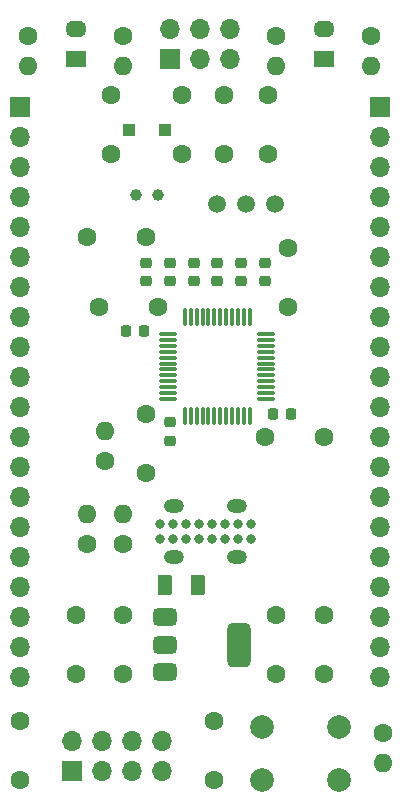
<source format=gbs>
%TF.GenerationSoftware,KiCad,Pcbnew,8.0.6*%
%TF.CreationDate,2024-11-06T22:38:32+08:00*%
%TF.ProjectId,lichuang-gekuo-star-stm32f103c8t6-development-board,6c696368-7561-46e6-972d-67656b756f2d,rev?*%
%TF.SameCoordinates,Original*%
%TF.FileFunction,Soldermask,Bot*%
%TF.FilePolarity,Negative*%
%FSLAX46Y46*%
G04 Gerber Fmt 4.6, Leading zero omitted, Abs format (unit mm)*
G04 Created by KiCad (PCBNEW 8.0.6) date 2024-11-06 22:38:32*
%MOMM*%
%LPD*%
G01*
G04 APERTURE LIST*
G04 Aperture macros list*
%AMRoundRect*
0 Rectangle with rounded corners*
0 $1 Rounding radius*
0 $2 $3 $4 $5 $6 $7 $8 $9 X,Y pos of 4 corners*
0 Add a 4 corners polygon primitive as box body*
4,1,4,$2,$3,$4,$5,$6,$7,$8,$9,$2,$3,0*
0 Add four circle primitives for the rounded corners*
1,1,$1+$1,$2,$3*
1,1,$1+$1,$4,$5*
1,1,$1+$1,$6,$7*
1,1,$1+$1,$8,$9*
0 Add four rect primitives between the rounded corners*
20,1,$1+$1,$2,$3,$4,$5,0*
20,1,$1+$1,$4,$5,$6,$7,0*
20,1,$1+$1,$6,$7,$8,$9,0*
20,1,$1+$1,$8,$9,$2,$3,0*%
G04 Aperture macros list end*
%ADD10C,1.600000*%
%ADD11O,1.600000X1.600000*%
%ADD12R,1.700000X1.700000*%
%ADD13O,1.700000X1.700000*%
%ADD14R,1.800000X1.400000*%
%ADD15O,1.800000X1.400000*%
%ADD16C,0.800000*%
%ADD17O,1.700000X1.200000*%
%ADD18C,2.000000*%
%ADD19C,1.500000*%
%ADD20C,1.000000*%
%ADD21R,1.000000X1.000000*%
%ADD22RoundRect,0.225000X-0.250000X0.225000X-0.250000X-0.225000X0.250000X-0.225000X0.250000X0.225000X0*%
%ADD23RoundRect,0.225000X0.250000X-0.225000X0.250000X0.225000X-0.250000X0.225000X-0.250000X-0.225000X0*%
%ADD24RoundRect,0.375000X-0.625000X-0.375000X0.625000X-0.375000X0.625000X0.375000X-0.625000X0.375000X0*%
%ADD25RoundRect,0.500000X-0.500000X-1.400000X0.500000X-1.400000X0.500000X1.400000X-0.500000X1.400000X0*%
%ADD26RoundRect,0.250000X0.375000X0.625000X-0.375000X0.625000X-0.375000X-0.625000X0.375000X-0.625000X0*%
%ADD27RoundRect,0.225000X-0.225000X-0.250000X0.225000X-0.250000X0.225000X0.250000X-0.225000X0.250000X0*%
%ADD28RoundRect,0.075000X-0.075000X0.662500X-0.075000X-0.662500X0.075000X-0.662500X0.075000X0.662500X0*%
%ADD29RoundRect,0.075000X-0.662500X0.075000X-0.662500X-0.075000X0.662500X-0.075000X0.662500X0.075000X0*%
%ADD30RoundRect,0.225000X0.225000X0.250000X-0.225000X0.250000X-0.225000X-0.250000X0.225000X-0.250000X0*%
G04 APERTURE END LIST*
D10*
%TO.C,C5*%
X83310000Y-135000000D03*
X83310000Y-130000000D03*
%TD*%
%TO.C,R4*%
X113000000Y-72000000D03*
D11*
X113000000Y-74540000D03*
%TD*%
D10*
%TO.C,R8*%
X105000000Y-72000000D03*
D11*
X105000000Y-74540000D03*
%TD*%
D10*
%TO.C,C3*%
X105000000Y-121000000D03*
X105000000Y-126000000D03*
%TD*%
D12*
%TO.C,J2*%
X87695000Y-134250000D03*
D13*
X87695000Y-131710000D03*
X90235000Y-134250000D03*
X90235000Y-131710000D03*
X92775000Y-134250000D03*
X92775000Y-131710000D03*
X95315000Y-134250000D03*
X95315000Y-131710000D03*
%TD*%
D10*
%TO.C,R7*%
X92000000Y-72000000D03*
D11*
X92000000Y-74540000D03*
%TD*%
D10*
%TO.C,C6*%
X99680000Y-130000000D03*
X99680000Y-135000000D03*
%TD*%
%TO.C,C4*%
X109000000Y-121000000D03*
X109000000Y-126000000D03*
%TD*%
%TO.C,C1*%
X88000000Y-121000000D03*
X88000000Y-126000000D03*
%TD*%
%TO.C,R6*%
X114000000Y-131000000D03*
D11*
X114000000Y-133540000D03*
%TD*%
D10*
%TO.C,R1*%
X84000000Y-72000000D03*
D11*
X84000000Y-74540000D03*
%TD*%
D10*
%TO.C,R5*%
X90500000Y-108000000D03*
D11*
X90500000Y-105460000D03*
%TD*%
D14*
%TO.C,LED2*%
X88000000Y-74000000D03*
D15*
X88000000Y-71460000D03*
%TD*%
D16*
%TO.C,J1*%
X95150000Y-113375000D03*
X96250000Y-113375000D03*
X97350000Y-113375000D03*
X98450000Y-113375000D03*
X99550000Y-113375000D03*
X100650000Y-113375000D03*
X101750000Y-113375000D03*
X102850000Y-113375000D03*
X102850000Y-114625000D03*
X101750000Y-114625000D03*
X100650000Y-114625000D03*
X99550000Y-114625000D03*
X98450000Y-114625000D03*
X97350000Y-114625000D03*
X96250000Y-114625000D03*
X95150000Y-114625000D03*
D17*
X96330000Y-111850000D03*
X96330000Y-116150000D03*
X101670000Y-111850000D03*
X101670000Y-116150000D03*
%TD*%
D12*
%TO.C,J4*%
X113740410Y-78000000D03*
D13*
X113740410Y-80540000D03*
X113740410Y-83080000D03*
X113740410Y-85620000D03*
X113740410Y-88160000D03*
X113740410Y-90700000D03*
X113740410Y-93240000D03*
X113740410Y-95780000D03*
X113740410Y-98320000D03*
X113740410Y-100860000D03*
X113740410Y-103400000D03*
X113740410Y-105940000D03*
X113740410Y-108480000D03*
X113740410Y-111020000D03*
X113740410Y-113560000D03*
X113740410Y-116100000D03*
X113740410Y-118640000D03*
X113740410Y-121180000D03*
X113740410Y-123720000D03*
X113740410Y-126260000D03*
%TD*%
D10*
%TO.C,C11*%
X100600000Y-82000000D03*
X100600000Y-77000000D03*
%TD*%
D18*
%TO.C,SW1*%
X110265000Y-135000000D03*
X103765000Y-135000000D03*
X110265000Y-130500000D03*
X103765000Y-130500000D03*
%TD*%
D12*
%TO.C,J3*%
X96000000Y-74000000D03*
D13*
X96000000Y-71460000D03*
X98540000Y-74000000D03*
X98540000Y-71460000D03*
X101080000Y-74000000D03*
X101080000Y-71460000D03*
%TD*%
D10*
%TO.C,C15*%
X89000000Y-89000000D03*
X94000000Y-89000000D03*
%TD*%
D12*
%TO.C,J5*%
X83259590Y-78000000D03*
D13*
X83259590Y-80540000D03*
X83259590Y-83080000D03*
X83259590Y-85620000D03*
X83259590Y-88160000D03*
X83259590Y-90700000D03*
X83259590Y-93240000D03*
X83259590Y-95780000D03*
X83259590Y-98320000D03*
X83259590Y-100860000D03*
X83259590Y-103400000D03*
X83259590Y-105940000D03*
X83259590Y-108480000D03*
X83259590Y-111020000D03*
X83259590Y-113560000D03*
X83259590Y-116100000D03*
X83259590Y-118640000D03*
X83259590Y-121180000D03*
X83259590Y-123720000D03*
X83259590Y-126260000D03*
%TD*%
D10*
%TO.C,C12*%
X104280000Y-82000000D03*
X104280000Y-77000000D03*
%TD*%
%TO.C,C2*%
X92000000Y-121000000D03*
X92000000Y-126000000D03*
%TD*%
%TO.C,C7*%
X91000000Y-82000000D03*
X91000000Y-77000000D03*
%TD*%
%TO.C,R3*%
X92000000Y-115000000D03*
D11*
X92000000Y-112460000D03*
%TD*%
D10*
%TO.C,C17*%
X94000000Y-104000000D03*
X94000000Y-109000000D03*
%TD*%
%TO.C,C19*%
X106000000Y-95000000D03*
X106000000Y-90000000D03*
%TD*%
%TO.C,R2*%
X89000000Y-115000000D03*
D11*
X89000000Y-112460000D03*
%TD*%
D14*
%TO.C,LED1*%
X109000000Y-74000000D03*
D15*
X109000000Y-71460000D03*
%TD*%
D10*
%TO.C,C8*%
X97000000Y-82000000D03*
X97000000Y-77000000D03*
%TD*%
%TO.C,C18*%
X95000000Y-95000000D03*
X90000000Y-95000000D03*
%TD*%
D19*
%TO.C,X2*%
X100000000Y-86250000D03*
X102440000Y-86250000D03*
X104880000Y-86250000D03*
%TD*%
D20*
%TO.C,X1*%
X95000000Y-85500000D03*
X93100000Y-85500000D03*
D21*
X95550000Y-80000000D03*
X92550000Y-80000000D03*
%TD*%
D10*
%TO.C,C16*%
X104000000Y-106000000D03*
X109000000Y-106000000D03*
%TD*%
D22*
%TO.C,C20*%
X96000000Y-104725000D03*
X96000000Y-106275000D03*
%TD*%
D23*
%TO.C,C24*%
X94000000Y-92775000D03*
X94000000Y-91225000D03*
%TD*%
%TO.C,C22*%
X104000000Y-92775000D03*
X104000000Y-91225000D03*
%TD*%
D24*
%TO.C,U1*%
X95570000Y-125850000D03*
X95570000Y-123550000D03*
D25*
X101870000Y-123550000D03*
D24*
X95570000Y-121250000D03*
%TD*%
D26*
%TO.C,F1*%
X98400000Y-118500000D03*
X95600000Y-118500000D03*
%TD*%
D23*
%TO.C,C9*%
X96000000Y-92775000D03*
X96000000Y-91225000D03*
%TD*%
%TO.C,C13*%
X100000000Y-92775000D03*
X100000000Y-91225000D03*
%TD*%
D27*
%TO.C,C23*%
X104725000Y-104000000D03*
X106275000Y-104000000D03*
%TD*%
D28*
%TO.C,U2*%
X97250000Y-95837500D03*
X97750000Y-95837500D03*
X98250000Y-95837500D03*
X98750000Y-95837500D03*
X99250000Y-95837500D03*
X99750000Y-95837500D03*
X100250000Y-95837500D03*
X100750000Y-95837500D03*
X101250000Y-95837500D03*
X101750000Y-95837500D03*
X102250000Y-95837500D03*
X102750000Y-95837500D03*
D29*
X104162500Y-97250000D03*
X104162500Y-97750000D03*
X104162500Y-98250000D03*
X104162500Y-98750000D03*
X104162500Y-99250000D03*
X104162500Y-99750000D03*
X104162500Y-100250000D03*
X104162500Y-100750000D03*
X104162500Y-101250000D03*
X104162500Y-101750000D03*
X104162500Y-102250000D03*
X104162500Y-102750000D03*
D28*
X102750000Y-104162500D03*
X102250000Y-104162500D03*
X101750000Y-104162500D03*
X101250000Y-104162500D03*
X100750000Y-104162500D03*
X100250000Y-104162500D03*
X99750000Y-104162500D03*
X99250000Y-104162500D03*
X98750000Y-104162500D03*
X98250000Y-104162500D03*
X97750000Y-104162500D03*
X97250000Y-104162500D03*
D29*
X95837500Y-102750000D03*
X95837500Y-102250000D03*
X95837500Y-101750000D03*
X95837500Y-101250000D03*
X95837500Y-100750000D03*
X95837500Y-100250000D03*
X95837500Y-99750000D03*
X95837500Y-99250000D03*
X95837500Y-98750000D03*
X95837500Y-98250000D03*
X95837500Y-97750000D03*
X95837500Y-97250000D03*
%TD*%
D23*
%TO.C,C14*%
X102000000Y-92775000D03*
X102000000Y-91225000D03*
%TD*%
%TO.C,C10*%
X98000000Y-92775000D03*
X98000000Y-91225000D03*
%TD*%
D30*
%TO.C,C21*%
X93775000Y-97000000D03*
X92225000Y-97000000D03*
%TD*%
M02*

</source>
